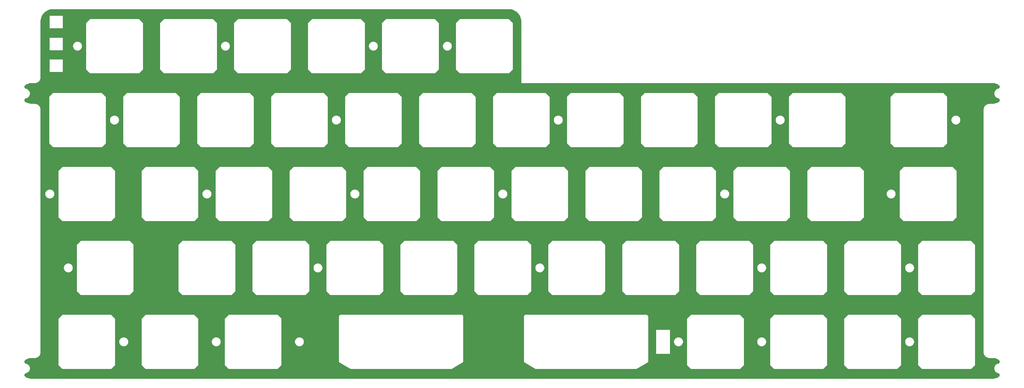
<source format=gbr>
%TF.GenerationSoftware,KiCad,Pcbnew,8.0.3*%
%TF.CreationDate,2024-08-17T22:59:13+02:00*%
%TF.ProjectId,V1 Hull 275u 225u,56312048-756c-46c2-9032-373575203232,rev?*%
%TF.SameCoordinates,Original*%
%TF.FileFunction,Copper,L1,Top*%
%TF.FilePolarity,Positive*%
%FSLAX46Y46*%
G04 Gerber Fmt 4.6, Leading zero omitted, Abs format (unit mm)*
G04 Created by KiCad (PCBNEW 8.0.3) date 2024-08-17 22:59:13*
%MOMM*%
%LPD*%
G01*
G04 APERTURE LIST*
G04 APERTURE END LIST*
%TA.AperFunction,Conductor*%
%TO.N,GND*%
G36*
X149225071Y-49212501D02*
G01*
X149402595Y-49214995D01*
X149403721Y-49215066D01*
X149756615Y-49254836D01*
X149757865Y-49255049D01*
X150104008Y-49334061D01*
X150105244Y-49334418D01*
X150440353Y-49451685D01*
X150441545Y-49452179D01*
X150761427Y-49606231D01*
X150762539Y-49606846D01*
X151063159Y-49795742D01*
X151064206Y-49796485D01*
X151341780Y-50017845D01*
X151342742Y-50018704D01*
X151593795Y-50269757D01*
X151594654Y-50270719D01*
X151816014Y-50548293D01*
X151816760Y-50549345D01*
X152005648Y-50849952D01*
X152006272Y-50851080D01*
X152160320Y-51170954D01*
X152160814Y-51172146D01*
X152278081Y-51507255D01*
X152278438Y-51508494D01*
X152357448Y-51854624D01*
X152357664Y-51855895D01*
X152397433Y-52208778D01*
X152397504Y-52209904D01*
X152399999Y-52387428D01*
X152400000Y-52387589D01*
X152400000Y-68262500D01*
X273787376Y-68262500D01*
X273787561Y-68262500D01*
X273963754Y-68265346D01*
X273965077Y-68265444D01*
X274314415Y-68311906D01*
X274315902Y-68312205D01*
X274655973Y-68404293D01*
X274657392Y-68404780D01*
X274982358Y-68540899D01*
X274983712Y-68541574D01*
X275287983Y-68719400D01*
X275289076Y-68720127D01*
X275429733Y-68825943D01*
X275430173Y-68826292D01*
X275483876Y-68870960D01*
X275485854Y-68873080D01*
X275567687Y-68986710D01*
X275569203Y-68989613D01*
X275615633Y-69121516D01*
X275616269Y-69124727D01*
X275623646Y-69264365D01*
X275623352Y-69267626D01*
X275591077Y-69403688D01*
X275589875Y-69406734D01*
X275520568Y-69528182D01*
X275518557Y-69530766D01*
X275417830Y-69627764D01*
X275415172Y-69629676D01*
X275291028Y-69694443D01*
X275288300Y-69695451D01*
X275220017Y-69711242D01*
X275219911Y-69711266D01*
X275107933Y-69736048D01*
X274894769Y-69820860D01*
X274894762Y-69820864D01*
X274700635Y-69943133D01*
X274532060Y-70098760D01*
X274532060Y-70098761D01*
X274394702Y-70282511D01*
X274394697Y-70282519D01*
X274293157Y-70488235D01*
X274293155Y-70488239D01*
X274230831Y-70709038D01*
X274209822Y-70937500D01*
X274230831Y-71165961D01*
X274293155Y-71386760D01*
X274293157Y-71386764D01*
X274394697Y-71592480D01*
X274394702Y-71592488D01*
X274532060Y-71776238D01*
X274532060Y-71776239D01*
X274532062Y-71776241D01*
X274532063Y-71776242D01*
X274700635Y-71931866D01*
X274894762Y-72054136D01*
X274894767Y-72054138D01*
X274894769Y-72054139D01*
X275107933Y-72138951D01*
X275219963Y-72163745D01*
X275288317Y-72179498D01*
X275291048Y-72180506D01*
X275415204Y-72245279D01*
X275417862Y-72247191D01*
X275518600Y-72344200D01*
X275520611Y-72346784D01*
X275589926Y-72468245D01*
X275591128Y-72471291D01*
X275623406Y-72607369D01*
X275623700Y-72610630D01*
X275616322Y-72750283D01*
X275615686Y-72753494D01*
X275569251Y-72885411D01*
X275567735Y-72888314D01*
X275485896Y-73001952D01*
X275483911Y-73004078D01*
X275430167Y-73048712D01*
X275429734Y-73049055D01*
X275289085Y-73154866D01*
X275287974Y-73155605D01*
X274983715Y-73333423D01*
X274982355Y-73334101D01*
X274657401Y-73470216D01*
X274655964Y-73470709D01*
X274315904Y-73562793D01*
X274314414Y-73563093D01*
X273965081Y-73609554D01*
X273963751Y-73609652D01*
X273787562Y-73612498D01*
X273787376Y-73612500D01*
X272962500Y-73612500D01*
X272844629Y-73614812D01*
X272844624Y-73614812D01*
X272844622Y-73614813D01*
X272611793Y-73651689D01*
X272387590Y-73724536D01*
X272177538Y-73831563D01*
X271986822Y-73970128D01*
X271820128Y-74136822D01*
X271681563Y-74327538D01*
X271574536Y-74537590D01*
X271501689Y-74761793D01*
X271464813Y-74994622D01*
X271464812Y-74994631D01*
X271462500Y-75112511D01*
X271462500Y-137612488D01*
X271464812Y-137730368D01*
X271464813Y-137730377D01*
X271501689Y-137963206D01*
X271574536Y-138187409D01*
X271574537Y-138187412D01*
X271574538Y-138187413D01*
X271681562Y-138397460D01*
X271820128Y-138588178D01*
X271986822Y-138754872D01*
X272177540Y-138893438D01*
X272387587Y-139000462D01*
X272611791Y-139073310D01*
X272844629Y-139110188D01*
X272962500Y-139112500D01*
X273787376Y-139112500D01*
X273787561Y-139112500D01*
X273963754Y-139115346D01*
X273965077Y-139115444D01*
X274314415Y-139161906D01*
X274315902Y-139162205D01*
X274655973Y-139254293D01*
X274657392Y-139254780D01*
X274982358Y-139390899D01*
X274983712Y-139391574D01*
X275287983Y-139569400D01*
X275289076Y-139570127D01*
X275394886Y-139649728D01*
X275429734Y-139675944D01*
X275430167Y-139676287D01*
X275454793Y-139696739D01*
X275483910Y-139720922D01*
X275483912Y-139720923D01*
X275485896Y-139723048D01*
X275567749Y-139836679D01*
X275569265Y-139839582D01*
X275615709Y-139971493D01*
X275616346Y-139974705D01*
X275623727Y-140114365D01*
X275623432Y-140117626D01*
X275591153Y-140253695D01*
X275589952Y-140256742D01*
X275520625Y-140378208D01*
X275518613Y-140380792D01*
X275417869Y-140477784D01*
X275415211Y-140479696D01*
X275291040Y-140544453D01*
X275288311Y-140545461D01*
X275219961Y-140561255D01*
X275219857Y-140561278D01*
X275107933Y-140586048D01*
X274894769Y-140670860D01*
X274894762Y-140670864D01*
X274700635Y-140793133D01*
X274532060Y-140948760D01*
X274532060Y-140948761D01*
X274394702Y-141132511D01*
X274394697Y-141132519D01*
X274293157Y-141338235D01*
X274293155Y-141338239D01*
X274230831Y-141559038D01*
X274209822Y-141787500D01*
X274230831Y-142015961D01*
X274293155Y-142236760D01*
X274293157Y-142236764D01*
X274394697Y-142442480D01*
X274394702Y-142442488D01*
X274532060Y-142626238D01*
X274532060Y-142626239D01*
X274532062Y-142626241D01*
X274532063Y-142626242D01*
X274700635Y-142781866D01*
X274894762Y-142904136D01*
X274894767Y-142904138D01*
X274894769Y-142904139D01*
X275107933Y-142988951D01*
X275219855Y-143013721D01*
X275220001Y-143013754D01*
X275288223Y-143029845D01*
X275290903Y-143030844D01*
X275414967Y-143095610D01*
X275417623Y-143097522D01*
X275518268Y-143194470D01*
X275520278Y-143197053D01*
X275589533Y-143318426D01*
X275590734Y-143321470D01*
X275622993Y-143457439D01*
X275623288Y-143460699D01*
X275615935Y-143600251D01*
X275615299Y-143603462D01*
X275568932Y-143735286D01*
X275567418Y-143738187D01*
X275485671Y-143851780D01*
X275483719Y-143853881D01*
X275430181Y-143898699D01*
X275429713Y-143899071D01*
X275289085Y-144004866D01*
X275287974Y-144005605D01*
X274983715Y-144183423D01*
X274982355Y-144184101D01*
X274657401Y-144320216D01*
X274655964Y-144320709D01*
X274315904Y-144412793D01*
X274314414Y-144413093D01*
X273965081Y-144459554D01*
X273963751Y-144459652D01*
X273787562Y-144462498D01*
X273787376Y-144462500D01*
X26250124Y-144462500D01*
X26249938Y-144462499D01*
X26073748Y-144459653D01*
X26072418Y-144459554D01*
X25723085Y-144413093D01*
X25721595Y-144412793D01*
X25381535Y-144320709D01*
X25380098Y-144320216D01*
X25055144Y-144184101D01*
X25053784Y-144183423D01*
X24947474Y-144121292D01*
X24749520Y-144005601D01*
X24748419Y-144004869D01*
X24607766Y-143899056D01*
X24607326Y-143898707D01*
X24553623Y-143854039D01*
X24551645Y-143851919D01*
X24469812Y-143738289D01*
X24468297Y-143735389D01*
X24421865Y-143603480D01*
X24421230Y-143600276D01*
X24413853Y-143460631D01*
X24414147Y-143457373D01*
X24446423Y-143321307D01*
X24447622Y-143318268D01*
X24516934Y-143196812D01*
X24518938Y-143194237D01*
X24619672Y-143097232D01*
X24622323Y-143095325D01*
X24746475Y-143030554D01*
X24749195Y-143029549D01*
X24817537Y-143013745D01*
X24929567Y-142988951D01*
X25142738Y-142904136D01*
X25336865Y-142781866D01*
X25505437Y-142626242D01*
X25642800Y-142442484D01*
X25744346Y-142236757D01*
X25806669Y-142015960D01*
X25827678Y-141787500D01*
X25806669Y-141559040D01*
X25744346Y-141338243D01*
X25735222Y-141319759D01*
X25642802Y-141132519D01*
X25642797Y-141132511D01*
X25505439Y-140948761D01*
X25505439Y-140948760D01*
X25336864Y-140793133D01*
X25265007Y-140747874D01*
X25142738Y-140670864D01*
X25142734Y-140670862D01*
X25142730Y-140670860D01*
X24929566Y-140586048D01*
X24817588Y-140561266D01*
X24817482Y-140561242D01*
X24749200Y-140545450D01*
X24746472Y-140544442D01*
X24622385Y-140479696D01*
X24622324Y-140479664D01*
X24619667Y-140477751D01*
X24549840Y-140410505D01*
X24518946Y-140380753D01*
X24516936Y-140378171D01*
X24447623Y-140256713D01*
X24446424Y-140253672D01*
X24417317Y-140130978D01*
X24414147Y-140117611D01*
X24413852Y-140114351D01*
X24421222Y-139974701D01*
X24421855Y-139971501D01*
X24468281Y-139839581D01*
X24469789Y-139836691D01*
X24551616Y-139723046D01*
X24553600Y-139720922D01*
X24607357Y-139676266D01*
X24607737Y-139675964D01*
X24748430Y-139570121D01*
X24749508Y-139569405D01*
X25053793Y-139391571D01*
X25055135Y-139390902D01*
X25380111Y-139254778D01*
X25381521Y-139254294D01*
X25721600Y-139162204D01*
X25723081Y-139161906D01*
X26072423Y-139115444D01*
X26073743Y-139115346D01*
X26249938Y-139112500D01*
X26250124Y-139112500D01*
X27074989Y-139112500D01*
X27075000Y-139112500D01*
X27192871Y-139110188D01*
X27425709Y-139073310D01*
X27649913Y-139000462D01*
X27859960Y-138893438D01*
X28050678Y-138754872D01*
X28217372Y-138588178D01*
X28355938Y-138397460D01*
X28462962Y-138187413D01*
X28535810Y-137963209D01*
X28572688Y-137730371D01*
X28575000Y-137612500D01*
X28575000Y-128937500D01*
X33181250Y-128937500D01*
X33181250Y-140937500D01*
X34181250Y-141937500D01*
X46781248Y-141937500D01*
X46781250Y-141937500D01*
X47781250Y-140937500D01*
X47781250Y-134831161D01*
X48858703Y-134831161D01*
X48858703Y-135043838D01*
X48897781Y-135252888D01*
X48897781Y-135252889D01*
X48974602Y-135451186D01*
X48974605Y-135451192D01*
X48974607Y-135451197D01*
X49086564Y-135632014D01*
X49229840Y-135789181D01*
X49229845Y-135789184D01*
X49229848Y-135789188D01*
X49399551Y-135917341D01*
X49399554Y-135917343D01*
X49399555Y-135917343D01*
X49399556Y-135917344D01*
X49589932Y-136012140D01*
X49794485Y-136070341D01*
X50006250Y-136089964D01*
X50218015Y-136070341D01*
X50422568Y-136012140D01*
X50612944Y-135917344D01*
X50782660Y-135789181D01*
X50925936Y-135632014D01*
X51037893Y-135451197D01*
X51114719Y-135252887D01*
X51153797Y-135043836D01*
X51156250Y-134937500D01*
X51153797Y-134831164D01*
X51114719Y-134622113D01*
X51037893Y-134423803D01*
X50925936Y-134242986D01*
X50782660Y-134085819D01*
X50782654Y-134085814D01*
X50782651Y-134085811D01*
X50612948Y-133957658D01*
X50612945Y-133957656D01*
X50422569Y-133862860D01*
X50218012Y-133804658D01*
X50006250Y-133785037D01*
X49794487Y-133804658D01*
X49589930Y-133862860D01*
X49399554Y-133957656D01*
X49399551Y-133957658D01*
X49229848Y-134085811D01*
X49229842Y-134085817D01*
X49229840Y-134085819D01*
X49170499Y-134150913D01*
X49086563Y-134242986D01*
X48974608Y-134423801D01*
X48974602Y-134423813D01*
X48897781Y-134622110D01*
X48897781Y-134622111D01*
X48858703Y-134831161D01*
X47781250Y-134831161D01*
X47781250Y-128937500D01*
X54612500Y-128937500D01*
X54612500Y-140937500D01*
X55612500Y-141937500D01*
X68212498Y-141937500D01*
X68212500Y-141937500D01*
X69212500Y-140937500D01*
X69212500Y-134831161D01*
X72671203Y-134831161D01*
X72671203Y-135043838D01*
X72710281Y-135252888D01*
X72710281Y-135252889D01*
X72787102Y-135451186D01*
X72787105Y-135451192D01*
X72787107Y-135451197D01*
X72899064Y-135632014D01*
X73042340Y-135789181D01*
X73042345Y-135789184D01*
X73042348Y-135789188D01*
X73212051Y-135917341D01*
X73212054Y-135917343D01*
X73212055Y-135917343D01*
X73212056Y-135917344D01*
X73402432Y-136012140D01*
X73606985Y-136070341D01*
X73818750Y-136089964D01*
X74030515Y-136070341D01*
X74235068Y-136012140D01*
X74425444Y-135917344D01*
X74595160Y-135789181D01*
X74738436Y-135632014D01*
X74850393Y-135451197D01*
X74927219Y-135252887D01*
X74966297Y-135043836D01*
X74968750Y-134937500D01*
X74966297Y-134831164D01*
X74927219Y-134622113D01*
X74850393Y-134423803D01*
X74738436Y-134242986D01*
X74595160Y-134085819D01*
X74595154Y-134085814D01*
X74595151Y-134085811D01*
X74425448Y-133957658D01*
X74425445Y-133957656D01*
X74235069Y-133862860D01*
X74030512Y-133804658D01*
X73818750Y-133785037D01*
X73606987Y-133804658D01*
X73402430Y-133862860D01*
X73212054Y-133957656D01*
X73212051Y-133957658D01*
X73042348Y-134085811D01*
X73042342Y-134085817D01*
X73042340Y-134085819D01*
X72982999Y-134150913D01*
X72899063Y-134242986D01*
X72787108Y-134423801D01*
X72787102Y-134423813D01*
X72710281Y-134622110D01*
X72710281Y-134622111D01*
X72671203Y-134831161D01*
X69212500Y-134831161D01*
X69212500Y-128937500D01*
X76043750Y-128937500D01*
X76043750Y-140937500D01*
X77043750Y-141937500D01*
X89643748Y-141937500D01*
X89643750Y-141937500D01*
X90643750Y-140937500D01*
X90643750Y-134831161D01*
X94102453Y-134831161D01*
X94102453Y-135043838D01*
X94141531Y-135252888D01*
X94141531Y-135252889D01*
X94218352Y-135451186D01*
X94218355Y-135451192D01*
X94218357Y-135451197D01*
X94330314Y-135632014D01*
X94473590Y-135789181D01*
X94473595Y-135789184D01*
X94473598Y-135789188D01*
X94643301Y-135917341D01*
X94643304Y-135917343D01*
X94643305Y-135917343D01*
X94643306Y-135917344D01*
X94833682Y-136012140D01*
X95038235Y-136070341D01*
X95250000Y-136089964D01*
X95461765Y-136070341D01*
X95666318Y-136012140D01*
X95856694Y-135917344D01*
X96026410Y-135789181D01*
X96169686Y-135632014D01*
X96281643Y-135451197D01*
X96358469Y-135252887D01*
X96397547Y-135043836D01*
X96400000Y-134937500D01*
X96397547Y-134831164D01*
X96358469Y-134622113D01*
X96281643Y-134423803D01*
X96169686Y-134242986D01*
X96026410Y-134085819D01*
X96026404Y-134085814D01*
X96026401Y-134085811D01*
X95856698Y-133957658D01*
X95856695Y-133957656D01*
X95666319Y-133862860D01*
X95461762Y-133804658D01*
X95250000Y-133785037D01*
X95038237Y-133804658D01*
X94833680Y-133862860D01*
X94643304Y-133957656D01*
X94643301Y-133957658D01*
X94473598Y-134085811D01*
X94473592Y-134085817D01*
X94473590Y-134085819D01*
X94414249Y-134150913D01*
X94330313Y-134242986D01*
X94218358Y-134423801D01*
X94218352Y-134423813D01*
X94141531Y-134622110D01*
X94141531Y-134622111D01*
X94102453Y-134831161D01*
X90643750Y-134831161D01*
X90643750Y-128937500D01*
X90168762Y-128462512D01*
X105443750Y-128462512D01*
X105443750Y-140180501D01*
X107552465Y-141397931D01*
X108443750Y-141912500D01*
X134443749Y-141912500D01*
X134443750Y-141912500D01*
X136784266Y-140561242D01*
X137443749Y-140180501D01*
X137443750Y-140180500D01*
X137443750Y-128462512D01*
X153068750Y-128462512D01*
X153068750Y-140180501D01*
X155177465Y-141397931D01*
X156068750Y-141912500D01*
X182068749Y-141912500D01*
X182068750Y-141912500D01*
X184409266Y-140561242D01*
X185068749Y-140180501D01*
X185068750Y-140180500D01*
X185068750Y-138012074D01*
X187123653Y-138012074D01*
X190715196Y-138012074D01*
X190715197Y-138012074D01*
X190715197Y-134831161D01*
X191733703Y-134831161D01*
X191733703Y-135043838D01*
X191772781Y-135252888D01*
X191772781Y-135252889D01*
X191849602Y-135451186D01*
X191849605Y-135451192D01*
X191849607Y-135451197D01*
X191961564Y-135632014D01*
X192104840Y-135789181D01*
X192104845Y-135789184D01*
X192104848Y-135789188D01*
X192274551Y-135917341D01*
X192274554Y-135917343D01*
X192274555Y-135917343D01*
X192274556Y-135917344D01*
X192464932Y-136012140D01*
X192669485Y-136070341D01*
X192881250Y-136089964D01*
X193093015Y-136070341D01*
X193297568Y-136012140D01*
X193487944Y-135917344D01*
X193657660Y-135789181D01*
X193800936Y-135632014D01*
X193912893Y-135451197D01*
X193989719Y-135252887D01*
X194028797Y-135043836D01*
X194031250Y-134937500D01*
X194028797Y-134831164D01*
X193989719Y-134622113D01*
X193912893Y-134423803D01*
X193800936Y-134242986D01*
X193657660Y-134085819D01*
X193657654Y-134085814D01*
X193657651Y-134085811D01*
X193487948Y-133957658D01*
X193487945Y-133957656D01*
X193297569Y-133862860D01*
X193093012Y-133804658D01*
X192881250Y-133785037D01*
X192669487Y-133804658D01*
X192464930Y-133862860D01*
X192274554Y-133957656D01*
X192274551Y-133957658D01*
X192104848Y-134085811D01*
X192104842Y-134085817D01*
X192104840Y-134085819D01*
X192045499Y-134150913D01*
X191961563Y-134242986D01*
X191849608Y-134423801D01*
X191849602Y-134423813D01*
X191772781Y-134622110D01*
X191772781Y-134622111D01*
X191733703Y-134831161D01*
X190715197Y-134831161D01*
X190715197Y-131867762D01*
X190715196Y-131867762D01*
X187123654Y-131867762D01*
X187123653Y-131867762D01*
X187123653Y-138012074D01*
X185068750Y-138012074D01*
X185068750Y-128937500D01*
X195106250Y-128937500D01*
X195106250Y-140937500D01*
X196106250Y-141937500D01*
X208706248Y-141937500D01*
X208706250Y-141937500D01*
X209706250Y-140937500D01*
X209706250Y-134831161D01*
X213164953Y-134831161D01*
X213164953Y-135043838D01*
X213204031Y-135252888D01*
X213204031Y-135252889D01*
X213280852Y-135451186D01*
X213280855Y-135451192D01*
X213280857Y-135451197D01*
X213392814Y-135632014D01*
X213536090Y-135789181D01*
X213536095Y-135789184D01*
X213536098Y-135789188D01*
X213705801Y-135917341D01*
X213705804Y-135917343D01*
X213705805Y-135917343D01*
X213705806Y-135917344D01*
X213896182Y-136012140D01*
X214100735Y-136070341D01*
X214312500Y-136089964D01*
X214524265Y-136070341D01*
X214728818Y-136012140D01*
X214919194Y-135917344D01*
X215088910Y-135789181D01*
X215232186Y-135632014D01*
X215344143Y-135451197D01*
X215420969Y-135252887D01*
X215460047Y-135043836D01*
X215462500Y-134937500D01*
X215460047Y-134831164D01*
X215420969Y-134622113D01*
X215344143Y-134423803D01*
X215232186Y-134242986D01*
X215088910Y-134085819D01*
X215088904Y-134085814D01*
X215088901Y-134085811D01*
X214919198Y-133957658D01*
X214919195Y-133957656D01*
X214728819Y-133862860D01*
X214524262Y-133804658D01*
X214312500Y-133785037D01*
X214100737Y-133804658D01*
X213896180Y-133862860D01*
X213705804Y-133957656D01*
X213705801Y-133957658D01*
X213536098Y-134085811D01*
X213536092Y-134085817D01*
X213536090Y-134085819D01*
X213476749Y-134150913D01*
X213392813Y-134242986D01*
X213280858Y-134423801D01*
X213280852Y-134423813D01*
X213204031Y-134622110D01*
X213204031Y-134622111D01*
X213164953Y-134831161D01*
X209706250Y-134831161D01*
X209706250Y-128937500D01*
X216537500Y-128937500D01*
X216537500Y-140937500D01*
X217537500Y-141937500D01*
X230137498Y-141937500D01*
X230137500Y-141937500D01*
X231137500Y-140937500D01*
X231137500Y-128937500D01*
X235587500Y-128937500D01*
X235587500Y-140937500D01*
X236587500Y-141937500D01*
X249187498Y-141937500D01*
X249187500Y-141937500D01*
X250187500Y-140937500D01*
X250187500Y-134831161D01*
X251264953Y-134831161D01*
X251264953Y-135043838D01*
X251304031Y-135252888D01*
X251304031Y-135252889D01*
X251380852Y-135451186D01*
X251380855Y-135451192D01*
X251380857Y-135451197D01*
X251492814Y-135632014D01*
X251636090Y-135789181D01*
X251636095Y-135789184D01*
X251636098Y-135789188D01*
X251805801Y-135917341D01*
X251805804Y-135917343D01*
X251805805Y-135917343D01*
X251805806Y-135917344D01*
X251996182Y-136012140D01*
X252200735Y-136070341D01*
X252412500Y-136089964D01*
X252624265Y-136070341D01*
X252828818Y-136012140D01*
X253019194Y-135917344D01*
X253188910Y-135789181D01*
X253332186Y-135632014D01*
X253444143Y-135451197D01*
X253520969Y-135252887D01*
X253560047Y-135043836D01*
X253562500Y-134937500D01*
X253560047Y-134831164D01*
X253520969Y-134622113D01*
X253444143Y-134423803D01*
X253332186Y-134242986D01*
X253188910Y-134085819D01*
X253188904Y-134085814D01*
X253188901Y-134085811D01*
X253019198Y-133957658D01*
X253019195Y-133957656D01*
X252828819Y-133862860D01*
X252624262Y-133804658D01*
X252412500Y-133785037D01*
X252200737Y-133804658D01*
X251996180Y-133862860D01*
X251805804Y-133957656D01*
X251805801Y-133957658D01*
X251636098Y-134085811D01*
X251636092Y-134085817D01*
X251636090Y-134085819D01*
X251576749Y-134150913D01*
X251492813Y-134242986D01*
X251380858Y-134423801D01*
X251380852Y-134423813D01*
X251304031Y-134622110D01*
X251304031Y-134622111D01*
X251264953Y-134831161D01*
X250187500Y-134831161D01*
X250187500Y-128937500D01*
X254637500Y-128937500D01*
X254637500Y-140937500D01*
X255637500Y-141937500D01*
X268237498Y-141937500D01*
X268237500Y-141937500D01*
X269237500Y-140937500D01*
X269237500Y-128937500D01*
X268237500Y-127937500D01*
X268237499Y-127937500D01*
X255637500Y-127937500D01*
X254637500Y-128937500D01*
X250187500Y-128937500D01*
X249187500Y-127937500D01*
X249187499Y-127937500D01*
X236587500Y-127937500D01*
X235587500Y-128937500D01*
X231137500Y-128937500D01*
X230137500Y-127937500D01*
X230137499Y-127937500D01*
X217537500Y-127937500D01*
X216537500Y-128937500D01*
X209706250Y-128937500D01*
X208706250Y-127937500D01*
X208706249Y-127937500D01*
X196106250Y-127937500D01*
X195106250Y-128937500D01*
X185068750Y-128937500D01*
X185068750Y-128462503D01*
X185068750Y-128462500D01*
X185066612Y-128396953D01*
X185032684Y-128270325D01*
X184967141Y-128156792D01*
X184874448Y-128064090D01*
X184850436Y-128050224D01*
X184760922Y-127998535D01*
X184760918Y-127998534D01*
X184634297Y-127964595D01*
X184634292Y-127964594D01*
X184568755Y-127962500D01*
X184568750Y-127962500D01*
X153568750Y-127962500D01*
X153527787Y-127963840D01*
X153503207Y-127964645D01*
X153376600Y-127998581D01*
X153376596Y-127998582D01*
X153263084Y-128064129D01*
X153263079Y-128064133D01*
X153170401Y-128156820D01*
X153170399Y-128156822D01*
X153137631Y-128213583D01*
X153104863Y-128270344D01*
X153104863Y-128270345D01*
X153104861Y-128270349D01*
X153070938Y-128396960D01*
X153068750Y-128462512D01*
X137443750Y-128462512D01*
X137443750Y-128462503D01*
X137443750Y-128462500D01*
X137441612Y-128396953D01*
X137407684Y-128270325D01*
X137342141Y-128156792D01*
X137249448Y-128064090D01*
X137225436Y-128050224D01*
X137135922Y-127998535D01*
X137135918Y-127998534D01*
X137009297Y-127964595D01*
X137009292Y-127964594D01*
X136943755Y-127962500D01*
X136943750Y-127962500D01*
X105943750Y-127962500D01*
X105902787Y-127963840D01*
X105878207Y-127964645D01*
X105751600Y-127998581D01*
X105751596Y-127998582D01*
X105638084Y-128064129D01*
X105638079Y-128064133D01*
X105545401Y-128156820D01*
X105545399Y-128156822D01*
X105512631Y-128213583D01*
X105479863Y-128270344D01*
X105479863Y-128270345D01*
X105479861Y-128270349D01*
X105445938Y-128396960D01*
X105443750Y-128462512D01*
X90168762Y-128462512D01*
X89643750Y-127937500D01*
X89643749Y-127937500D01*
X77043750Y-127937500D01*
X76043750Y-128937500D01*
X69212500Y-128937500D01*
X68212500Y-127937500D01*
X68212499Y-127937500D01*
X55612500Y-127937500D01*
X54612500Y-128937500D01*
X47781250Y-128937500D01*
X46781250Y-127937500D01*
X46781249Y-127937500D01*
X34181250Y-127937500D01*
X33181250Y-128937500D01*
X28575000Y-128937500D01*
X28575000Y-115781161D01*
X34571203Y-115781161D01*
X34571203Y-115993838D01*
X34610281Y-116202888D01*
X34610281Y-116202889D01*
X34687102Y-116401186D01*
X34687105Y-116401192D01*
X34687107Y-116401197D01*
X34799064Y-116582014D01*
X34942340Y-116739181D01*
X34942345Y-116739184D01*
X34942348Y-116739188D01*
X35112051Y-116867341D01*
X35112054Y-116867343D01*
X35112055Y-116867343D01*
X35112056Y-116867344D01*
X35302432Y-116962140D01*
X35506985Y-117020341D01*
X35718750Y-117039964D01*
X35930515Y-117020341D01*
X36135068Y-116962140D01*
X36325444Y-116867344D01*
X36495160Y-116739181D01*
X36638436Y-116582014D01*
X36750393Y-116401197D01*
X36827219Y-116202887D01*
X36866297Y-115993836D01*
X36868750Y-115887500D01*
X36866297Y-115781164D01*
X36827219Y-115572113D01*
X36750393Y-115373803D01*
X36638436Y-115192986D01*
X36495160Y-115035819D01*
X36495154Y-115035814D01*
X36495151Y-115035811D01*
X36325448Y-114907658D01*
X36325445Y-114907656D01*
X36135069Y-114812860D01*
X35930512Y-114754658D01*
X35718750Y-114735037D01*
X35506987Y-114754658D01*
X35302430Y-114812860D01*
X35112054Y-114907656D01*
X35112051Y-114907658D01*
X34942348Y-115035811D01*
X34942342Y-115035817D01*
X34942340Y-115035819D01*
X34882999Y-115100913D01*
X34799063Y-115192986D01*
X34687108Y-115373801D01*
X34687102Y-115373813D01*
X34610281Y-115572110D01*
X34610281Y-115572111D01*
X34571203Y-115781161D01*
X28575000Y-115781161D01*
X28575000Y-109887500D01*
X37943750Y-109887500D01*
X37943750Y-121887500D01*
X38943750Y-122887500D01*
X51543748Y-122887500D01*
X51543750Y-122887500D01*
X52543750Y-121887500D01*
X52543750Y-109887500D01*
X64137500Y-109887500D01*
X64137500Y-121887500D01*
X65137500Y-122887500D01*
X77737498Y-122887500D01*
X77737500Y-122887500D01*
X78737500Y-121887500D01*
X78737500Y-109887500D01*
X83187500Y-109887500D01*
X83187500Y-121887500D01*
X84187500Y-122887500D01*
X96787498Y-122887500D01*
X96787500Y-122887500D01*
X97787500Y-121887500D01*
X97787500Y-115781161D01*
X98864953Y-115781161D01*
X98864953Y-115993838D01*
X98904031Y-116202888D01*
X98904031Y-116202889D01*
X98980852Y-116401186D01*
X98980855Y-116401192D01*
X98980857Y-116401197D01*
X99092814Y-116582014D01*
X99236090Y-116739181D01*
X99236095Y-116739184D01*
X99236098Y-116739188D01*
X99405801Y-116867341D01*
X99405804Y-116867343D01*
X99405805Y-116867343D01*
X99405806Y-116867344D01*
X99596182Y-116962140D01*
X99800735Y-117020341D01*
X100012500Y-117039964D01*
X100224265Y-117020341D01*
X100428818Y-116962140D01*
X100619194Y-116867344D01*
X100788910Y-116739181D01*
X100932186Y-116582014D01*
X101044143Y-116401197D01*
X101120969Y-116202887D01*
X101160047Y-115993836D01*
X101162500Y-115887500D01*
X101160047Y-115781164D01*
X101120969Y-115572113D01*
X101044143Y-115373803D01*
X100932186Y-115192986D01*
X100788910Y-115035819D01*
X100788904Y-115035814D01*
X100788901Y-115035811D01*
X100619198Y-114907658D01*
X100619195Y-114907656D01*
X100428819Y-114812860D01*
X100224262Y-114754658D01*
X100012500Y-114735037D01*
X99800737Y-114754658D01*
X99596180Y-114812860D01*
X99405804Y-114907656D01*
X99405801Y-114907658D01*
X99236098Y-115035811D01*
X99236092Y-115035817D01*
X99236090Y-115035819D01*
X99176749Y-115100913D01*
X99092813Y-115192986D01*
X98980858Y-115373801D01*
X98980852Y-115373813D01*
X98904031Y-115572110D01*
X98904031Y-115572111D01*
X98864953Y-115781161D01*
X97787500Y-115781161D01*
X97787500Y-109887500D01*
X102237500Y-109887500D01*
X102237500Y-121887500D01*
X103237500Y-122887500D01*
X115837498Y-122887500D01*
X115837500Y-122887500D01*
X116837500Y-121887500D01*
X116837500Y-109887500D01*
X121287500Y-109887500D01*
X121287500Y-121887500D01*
X122287500Y-122887500D01*
X134887498Y-122887500D01*
X134887500Y-122887500D01*
X135887500Y-121887500D01*
X135887500Y-109887500D01*
X140337500Y-109887500D01*
X140337500Y-121887500D01*
X141337500Y-122887500D01*
X153937498Y-122887500D01*
X153937500Y-122887500D01*
X154937500Y-121887500D01*
X154937500Y-115781161D01*
X156014953Y-115781161D01*
X156014953Y-115993838D01*
X156054031Y-116202888D01*
X156054031Y-116202889D01*
X156130852Y-116401186D01*
X156130855Y-116401192D01*
X156130857Y-116401197D01*
X156242814Y-116582014D01*
X156386090Y-116739181D01*
X156386095Y-116739184D01*
X156386098Y-116739188D01*
X156555801Y-116867341D01*
X156555804Y-116867343D01*
X156555805Y-116867343D01*
X156555806Y-116867344D01*
X156746182Y-116962140D01*
X156950735Y-117020341D01*
X157162500Y-117039964D01*
X157374265Y-117020341D01*
X157578818Y-116962140D01*
X157769194Y-116867344D01*
X157938910Y-116739181D01*
X158082186Y-116582014D01*
X158194143Y-116401197D01*
X158270969Y-116202887D01*
X158310047Y-115993836D01*
X158312500Y-115887500D01*
X158310047Y-115781164D01*
X158270969Y-115572113D01*
X158194143Y-115373803D01*
X158082186Y-115192986D01*
X157938910Y-115035819D01*
X157938904Y-115035814D01*
X157938901Y-115035811D01*
X157769198Y-114907658D01*
X157769195Y-114907656D01*
X157578819Y-114812860D01*
X157374262Y-114754658D01*
X157162500Y-114735037D01*
X156950737Y-114754658D01*
X156746180Y-114812860D01*
X156555804Y-114907656D01*
X156555801Y-114907658D01*
X156386098Y-115035811D01*
X156386092Y-115035817D01*
X156386090Y-115035819D01*
X156326749Y-115100913D01*
X156242813Y-115192986D01*
X156130858Y-115373801D01*
X156130852Y-115373813D01*
X156054031Y-115572110D01*
X156054031Y-115572111D01*
X156014953Y-115781161D01*
X154937500Y-115781161D01*
X154937500Y-109887500D01*
X159387500Y-109887500D01*
X159387500Y-121887500D01*
X160387500Y-122887500D01*
X172987498Y-122887500D01*
X172987500Y-122887500D01*
X173987500Y-121887500D01*
X173987500Y-109887500D01*
X178437500Y-109887500D01*
X178437500Y-121887500D01*
X179437500Y-122887500D01*
X192037498Y-122887500D01*
X192037500Y-122887500D01*
X193037500Y-121887500D01*
X193037500Y-109887500D01*
X197487500Y-109887500D01*
X197487500Y-121887500D01*
X198487500Y-122887500D01*
X211087498Y-122887500D01*
X211087500Y-122887500D01*
X212087500Y-121887500D01*
X212087500Y-115781161D01*
X213164953Y-115781161D01*
X213164953Y-115993838D01*
X213204031Y-116202888D01*
X213204031Y-116202889D01*
X213280852Y-116401186D01*
X213280855Y-116401192D01*
X213280857Y-116401197D01*
X213392814Y-116582014D01*
X213536090Y-116739181D01*
X213536095Y-116739184D01*
X213536098Y-116739188D01*
X213705801Y-116867341D01*
X213705804Y-116867343D01*
X213705805Y-116867343D01*
X213705806Y-116867344D01*
X213896182Y-116962140D01*
X214100735Y-117020341D01*
X214312500Y-117039964D01*
X214524265Y-117020341D01*
X214728818Y-116962140D01*
X214919194Y-116867344D01*
X215088910Y-116739181D01*
X215232186Y-116582014D01*
X215344143Y-116401197D01*
X215420969Y-116202887D01*
X215460047Y-115993836D01*
X215462500Y-115887500D01*
X215460047Y-115781164D01*
X215420969Y-115572113D01*
X215344143Y-115373803D01*
X215232186Y-115192986D01*
X215088910Y-115035819D01*
X215088904Y-115035814D01*
X215088901Y-115035811D01*
X214919198Y-114907658D01*
X214919195Y-114907656D01*
X214728819Y-114812860D01*
X214524262Y-114754658D01*
X214312500Y-114735037D01*
X214100737Y-114754658D01*
X213896180Y-114812860D01*
X213705804Y-114907656D01*
X213705801Y-114907658D01*
X213536098Y-115035811D01*
X213536092Y-115035817D01*
X213536090Y-115035819D01*
X213476749Y-115100913D01*
X213392813Y-115192986D01*
X213280858Y-115373801D01*
X213280852Y-115373813D01*
X213204031Y-115572110D01*
X213204031Y-115572111D01*
X213164953Y-115781161D01*
X212087500Y-115781161D01*
X212087500Y-109887500D01*
X216537500Y-109887500D01*
X216537500Y-121887500D01*
X217537500Y-122887500D01*
X230137498Y-122887500D01*
X230137500Y-122887500D01*
X231137500Y-121887500D01*
X231137500Y-109887500D01*
X235587500Y-109887500D01*
X235587500Y-121887500D01*
X236587500Y-122887500D01*
X249187498Y-122887500D01*
X249187500Y-122887500D01*
X250187500Y-121887500D01*
X250187500Y-115781161D01*
X251264953Y-115781161D01*
X251264953Y-115993838D01*
X251304031Y-116202888D01*
X251304031Y-116202889D01*
X251380852Y-116401186D01*
X251380855Y-116401192D01*
X251380857Y-116401197D01*
X251492814Y-116582014D01*
X251636090Y-116739181D01*
X251636095Y-116739184D01*
X251636098Y-116739188D01*
X251805801Y-116867341D01*
X251805804Y-116867343D01*
X251805805Y-116867343D01*
X251805806Y-116867344D01*
X251996182Y-116962140D01*
X252200735Y-117020341D01*
X252412500Y-117039964D01*
X252624265Y-117020341D01*
X252828818Y-116962140D01*
X253019194Y-116867344D01*
X253188910Y-116739181D01*
X253332186Y-116582014D01*
X253444143Y-116401197D01*
X253520969Y-116202887D01*
X253560047Y-115993836D01*
X253562500Y-115887500D01*
X253560047Y-115781164D01*
X253520969Y-115572113D01*
X253444143Y-115373803D01*
X253332186Y-115192986D01*
X253188910Y-115035819D01*
X253188904Y-115035814D01*
X253188901Y-115035811D01*
X253019198Y-114907658D01*
X253019195Y-114907656D01*
X252828819Y-114812860D01*
X252624262Y-114754658D01*
X252412500Y-114735037D01*
X252200737Y-114754658D01*
X251996180Y-114812860D01*
X251805804Y-114907656D01*
X251805801Y-114907658D01*
X251636098Y-115035811D01*
X251636092Y-115035817D01*
X251636090Y-115035819D01*
X251576749Y-115100913D01*
X251492813Y-115192986D01*
X251380858Y-115373801D01*
X251380852Y-115373813D01*
X251304031Y-115572110D01*
X251304031Y-115572111D01*
X251264953Y-115781161D01*
X250187500Y-115781161D01*
X250187500Y-109887500D01*
X254637500Y-109887500D01*
X254637500Y-121887500D01*
X255637500Y-122887500D01*
X268237498Y-122887500D01*
X268237500Y-122887500D01*
X269237500Y-121887500D01*
X269237500Y-109887500D01*
X268237500Y-108887500D01*
X268237499Y-108887500D01*
X255637500Y-108887500D01*
X254637500Y-109887500D01*
X250187500Y-109887500D01*
X249187500Y-108887500D01*
X249187499Y-108887500D01*
X236587500Y-108887500D01*
X235587500Y-109887500D01*
X231137500Y-109887500D01*
X230137500Y-108887500D01*
X230137499Y-108887500D01*
X217537500Y-108887500D01*
X216537500Y-109887500D01*
X212087500Y-109887500D01*
X211087500Y-108887500D01*
X211087499Y-108887500D01*
X198487500Y-108887500D01*
X197487500Y-109887500D01*
X193037500Y-109887500D01*
X192037500Y-108887500D01*
X192037499Y-108887500D01*
X179437500Y-108887500D01*
X178437500Y-109887500D01*
X173987500Y-109887500D01*
X172987500Y-108887500D01*
X172987499Y-108887500D01*
X160387500Y-108887500D01*
X159387500Y-109887500D01*
X154937500Y-109887500D01*
X153937500Y-108887500D01*
X153937499Y-108887500D01*
X141337500Y-108887500D01*
X140337500Y-109887500D01*
X135887500Y-109887500D01*
X134887500Y-108887500D01*
X134887499Y-108887500D01*
X122287500Y-108887500D01*
X121287500Y-109887500D01*
X116837500Y-109887500D01*
X115837500Y-108887500D01*
X115837499Y-108887500D01*
X103237500Y-108887500D01*
X102237500Y-109887500D01*
X97787500Y-109887500D01*
X96787500Y-108887500D01*
X96787499Y-108887500D01*
X84187500Y-108887500D01*
X83187500Y-109887500D01*
X78737500Y-109887500D01*
X77737500Y-108887500D01*
X77737499Y-108887500D01*
X65137500Y-108887500D01*
X64137500Y-109887500D01*
X52543750Y-109887500D01*
X51543750Y-108887500D01*
X51543749Y-108887500D01*
X38943750Y-108887500D01*
X37943750Y-109887500D01*
X28575000Y-109887500D01*
X28575000Y-96731161D01*
X29808703Y-96731161D01*
X29808703Y-96943838D01*
X29847781Y-97152888D01*
X29847781Y-97152889D01*
X29924602Y-97351186D01*
X29924605Y-97351192D01*
X29924607Y-97351197D01*
X30036564Y-97532014D01*
X30179840Y-97689181D01*
X30179845Y-97689184D01*
X30179848Y-97689188D01*
X30349551Y-97817341D01*
X30349554Y-97817343D01*
X30349555Y-97817343D01*
X30349556Y-97817344D01*
X30539932Y-97912140D01*
X30744485Y-97970341D01*
X30956250Y-97989964D01*
X31168015Y-97970341D01*
X31372568Y-97912140D01*
X31562944Y-97817344D01*
X31732660Y-97689181D01*
X31875936Y-97532014D01*
X31987893Y-97351197D01*
X32064719Y-97152887D01*
X32103797Y-96943836D01*
X32106250Y-96837500D01*
X32103797Y-96731164D01*
X32064719Y-96522113D01*
X31987893Y-96323803D01*
X31875936Y-96142986D01*
X31732660Y-95985819D01*
X31732654Y-95985814D01*
X31732651Y-95985811D01*
X31562948Y-95857658D01*
X31562945Y-95857656D01*
X31372569Y-95762860D01*
X31168012Y-95704658D01*
X30956250Y-95685037D01*
X30744487Y-95704658D01*
X30539930Y-95762860D01*
X30349554Y-95857656D01*
X30349551Y-95857658D01*
X30179848Y-95985811D01*
X30179842Y-95985817D01*
X30179840Y-95985819D01*
X30120499Y-96050913D01*
X30036563Y-96142986D01*
X29924608Y-96323801D01*
X29924602Y-96323813D01*
X29847781Y-96522110D01*
X29847781Y-96522111D01*
X29808703Y-96731161D01*
X28575000Y-96731161D01*
X28575000Y-90837500D01*
X33181250Y-90837500D01*
X33181250Y-102837500D01*
X34181250Y-103837500D01*
X46781248Y-103837500D01*
X46781250Y-103837500D01*
X47781250Y-102837500D01*
X47781250Y-90837500D01*
X54612500Y-90837500D01*
X54612500Y-102837500D01*
X55612500Y-103837500D01*
X68212498Y-103837500D01*
X68212500Y-103837500D01*
X69212500Y-102837500D01*
X69212500Y-96731161D01*
X70289953Y-96731161D01*
X70289953Y-96943838D01*
X70329031Y-97152888D01*
X70329031Y-97152889D01*
X70405852Y-97351186D01*
X70405855Y-97351192D01*
X70405857Y-97351197D01*
X70517814Y-97532014D01*
X70661090Y-97689181D01*
X70661095Y-97689184D01*
X70661098Y-97689188D01*
X70830801Y-97817341D01*
X70830804Y-97817343D01*
X70830805Y-97817343D01*
X70830806Y-97817344D01*
X71021182Y-97912140D01*
X71225735Y-97970341D01*
X71437500Y-97989964D01*
X71649265Y-97970341D01*
X71853818Y-97912140D01*
X72044194Y-97817344D01*
X72213910Y-97689181D01*
X72357186Y-97532014D01*
X72469143Y-97351197D01*
X72545969Y-97152887D01*
X72585047Y-96943836D01*
X72587500Y-96837500D01*
X72585047Y-96731164D01*
X72545969Y-96522113D01*
X72469143Y-96323803D01*
X72357186Y-96142986D01*
X72213910Y-95985819D01*
X72213904Y-95985814D01*
X72213901Y-95985811D01*
X72044198Y-95857658D01*
X72044195Y-95857656D01*
X71853819Y-95762860D01*
X71649262Y-95704658D01*
X71437500Y-95685037D01*
X71225737Y-95704658D01*
X71021180Y-95762860D01*
X70830804Y-95857656D01*
X70830801Y-95857658D01*
X70661098Y-95985811D01*
X70661092Y-95985817D01*
X70661090Y-95985819D01*
X70601749Y-96050913D01*
X70517813Y-96142986D01*
X70405858Y-96323801D01*
X70405852Y-96323813D01*
X70329031Y-96522110D01*
X70329031Y-96522111D01*
X70289953Y-96731161D01*
X69212500Y-96731161D01*
X69212500Y-90837500D01*
X73662500Y-90837500D01*
X73662500Y-102837500D01*
X74662500Y-103837500D01*
X87262498Y-103837500D01*
X87262500Y-103837500D01*
X88262500Y-102837500D01*
X88262500Y-90837500D01*
X92712500Y-90837500D01*
X92712500Y-102837500D01*
X93712500Y-103837500D01*
X106312498Y-103837500D01*
X106312500Y-103837500D01*
X107312500Y-102837500D01*
X107312500Y-96731161D01*
X108389953Y-96731161D01*
X108389953Y-96943838D01*
X108429031Y-97152888D01*
X108429031Y-97152889D01*
X108505852Y-97351186D01*
X108505855Y-97351192D01*
X108505857Y-97351197D01*
X108617814Y-97532014D01*
X108761090Y-97689181D01*
X108761095Y-97689184D01*
X108761098Y-97689188D01*
X108930801Y-97817341D01*
X108930804Y-97817343D01*
X108930805Y-97817343D01*
X108930806Y-97817344D01*
X109121182Y-97912140D01*
X109325735Y-97970341D01*
X109537500Y-97989964D01*
X109749265Y-97970341D01*
X109953818Y-97912140D01*
X110144194Y-97817344D01*
X110313910Y-97689181D01*
X110457186Y-97532014D01*
X110569143Y-97351197D01*
X110645969Y-97152887D01*
X110685047Y-96943836D01*
X110687500Y-96837500D01*
X110685047Y-96731164D01*
X110645969Y-96522113D01*
X110569143Y-96323803D01*
X110457186Y-96142986D01*
X110313910Y-95985819D01*
X110313904Y-95985814D01*
X110313901Y-95985811D01*
X110144198Y-95857658D01*
X110144195Y-95857656D01*
X109953819Y-95762860D01*
X109749262Y-95704658D01*
X109537500Y-95685037D01*
X109325737Y-95704658D01*
X109121180Y-95762860D01*
X108930804Y-95857656D01*
X108930801Y-95857658D01*
X108761098Y-95985811D01*
X108761092Y-95985817D01*
X108761090Y-95985819D01*
X108701749Y-96050913D01*
X108617813Y-96142986D01*
X108505858Y-96323801D01*
X108505852Y-96323813D01*
X108429031Y-96522110D01*
X108429031Y-96522111D01*
X108389953Y-96731161D01*
X107312500Y-96731161D01*
X107312500Y-90837500D01*
X111762500Y-90837500D01*
X111762500Y-102837500D01*
X112762500Y-103837500D01*
X125362498Y-103837500D01*
X125362500Y-103837500D01*
X126362500Y-102837500D01*
X126362500Y-90837500D01*
X130812500Y-90837500D01*
X130812500Y-102837500D01*
X131812500Y-103837500D01*
X144412498Y-103837500D01*
X144412500Y-103837500D01*
X145412500Y-102837500D01*
X145412500Y-96731161D01*
X146489953Y-96731161D01*
X146489953Y-96943838D01*
X146529031Y-97152888D01*
X146529031Y-97152889D01*
X146605852Y-97351186D01*
X146605855Y-97351192D01*
X146605857Y-97351197D01*
X146717814Y-97532014D01*
X146861090Y-97689181D01*
X146861095Y-97689184D01*
X146861098Y-97689188D01*
X147030801Y-97817341D01*
X147030804Y-97817343D01*
X147030805Y-97817343D01*
X147030806Y-97817344D01*
X147221182Y-97912140D01*
X147425735Y-97970341D01*
X147637500Y-97989964D01*
X147849265Y-97970341D01*
X148053818Y-97912140D01*
X148244194Y-97817344D01*
X148413910Y-97689181D01*
X148557186Y-97532014D01*
X148669143Y-97351197D01*
X148745969Y-97152887D01*
X148785047Y-96943836D01*
X148787500Y-96837500D01*
X148785047Y-96731164D01*
X148745969Y-96522113D01*
X148669143Y-96323803D01*
X148557186Y-96142986D01*
X148413910Y-95985819D01*
X148413904Y-95985814D01*
X148413901Y-95985811D01*
X148244198Y-95857658D01*
X148244195Y-95857656D01*
X148053819Y-95762860D01*
X147849262Y-95704658D01*
X147637500Y-95685037D01*
X147425737Y-95704658D01*
X147221180Y-95762860D01*
X147030804Y-95857656D01*
X147030801Y-95857658D01*
X146861098Y-95985811D01*
X146861092Y-95985817D01*
X146861090Y-95985819D01*
X146801749Y-96050913D01*
X146717813Y-96142986D01*
X146605858Y-96323801D01*
X146605852Y-96323813D01*
X146529031Y-96522110D01*
X146529031Y-96522111D01*
X146489953Y-96731161D01*
X145412500Y-96731161D01*
X145412500Y-90837500D01*
X149862500Y-90837500D01*
X149862500Y-102837500D01*
X150862500Y-103837500D01*
X163462498Y-103837500D01*
X163462500Y-103837500D01*
X164462500Y-102837500D01*
X164462500Y-90837500D01*
X168912500Y-90837500D01*
X168912500Y-102837500D01*
X169912500Y-103837500D01*
X182512498Y-103837500D01*
X182512500Y-103837500D01*
X183512500Y-102837500D01*
X183512500Y-90837500D01*
X187962500Y-90837500D01*
X187962500Y-102837500D01*
X188962500Y-103837500D01*
X201562498Y-103837500D01*
X201562500Y-103837500D01*
X202562500Y-102837500D01*
X202562500Y-96731161D01*
X203639953Y-96731161D01*
X203639953Y-96943838D01*
X203679031Y-97152888D01*
X203679031Y-97152889D01*
X203755852Y-97351186D01*
X203755855Y-97351192D01*
X203755857Y-97351197D01*
X203867814Y-97532014D01*
X204011090Y-97689181D01*
X204011095Y-97689184D01*
X204011098Y-97689188D01*
X204180801Y-97817341D01*
X204180804Y-97817343D01*
X204180805Y-97817343D01*
X204180806Y-97817344D01*
X204371182Y-97912140D01*
X204575735Y-97970341D01*
X204787500Y-97989964D01*
X204999265Y-97970341D01*
X205203818Y-97912140D01*
X205394194Y-97817344D01*
X205563910Y-97689181D01*
X205707186Y-97532014D01*
X205819143Y-97351197D01*
X205895969Y-97152887D01*
X205935047Y-96943836D01*
X205937500Y-96837500D01*
X205935047Y-96731164D01*
X205895969Y-96522113D01*
X205819143Y-96323803D01*
X205707186Y-96142986D01*
X205563910Y-95985819D01*
X205563904Y-95985814D01*
X205563901Y-95985811D01*
X205394198Y-95857658D01*
X205394195Y-95857656D01*
X205203819Y-95762860D01*
X204999262Y-95704658D01*
X204787500Y-95685037D01*
X204575737Y-95704658D01*
X204371180Y-95762860D01*
X204180804Y-95857656D01*
X204180801Y-95857658D01*
X204011098Y-95985811D01*
X204011092Y-95985817D01*
X204011090Y-95985819D01*
X203951749Y-96050913D01*
X203867813Y-96142986D01*
X203755858Y-96323801D01*
X203755852Y-96323813D01*
X203679031Y-96522110D01*
X203679031Y-96522111D01*
X203639953Y-96731161D01*
X202562500Y-96731161D01*
X202562500Y-90837500D01*
X207012500Y-90837500D01*
X207012500Y-102837500D01*
X208012500Y-103837500D01*
X220612498Y-103837500D01*
X220612500Y-103837500D01*
X221612500Y-102837500D01*
X221612500Y-90837500D01*
X226062500Y-90837500D01*
X226062500Y-102837500D01*
X227062500Y-103837500D01*
X239662498Y-103837500D01*
X239662500Y-103837500D01*
X240662500Y-102837500D01*
X240662500Y-96731161D01*
X246502453Y-96731161D01*
X246502453Y-96943838D01*
X246541531Y-97152888D01*
X246541531Y-97152889D01*
X246618352Y-97351186D01*
X246618355Y-97351192D01*
X246618357Y-97351197D01*
X246730314Y-97532014D01*
X246873590Y-97689181D01*
X246873595Y-97689184D01*
X246873598Y-97689188D01*
X247043301Y-97817341D01*
X247043304Y-97817343D01*
X247043305Y-97817343D01*
X247043306Y-97817344D01*
X247233682Y-97912140D01*
X247438235Y-97970341D01*
X247650000Y-97989964D01*
X247861765Y-97970341D01*
X248066318Y-97912140D01*
X248256694Y-97817344D01*
X248426410Y-97689181D01*
X248569686Y-97532014D01*
X248681643Y-97351197D01*
X248758469Y-97152887D01*
X248797547Y-96943836D01*
X248800000Y-96837500D01*
X248797547Y-96731164D01*
X248758469Y-96522113D01*
X248681643Y-96323803D01*
X248569686Y-96142986D01*
X248426410Y-95985819D01*
X248426404Y-95985814D01*
X248426401Y-95985811D01*
X248256698Y-95857658D01*
X248256695Y-95857656D01*
X248066319Y-95762860D01*
X247861762Y-95704658D01*
X247650000Y-95685037D01*
X247438237Y-95704658D01*
X247233680Y-95762860D01*
X247043304Y-95857656D01*
X247043301Y-95857658D01*
X246873598Y-95985811D01*
X246873592Y-95985817D01*
X246873590Y-95985819D01*
X246814249Y-96050913D01*
X246730313Y-96142986D01*
X246618358Y-96323801D01*
X246618352Y-96323813D01*
X246541531Y-96522110D01*
X246541531Y-96522111D01*
X246502453Y-96731161D01*
X240662500Y-96731161D01*
X240662500Y-90837500D01*
X249875000Y-90837500D01*
X249875000Y-102837500D01*
X250875000Y-103837500D01*
X263474998Y-103837500D01*
X263475000Y-103837500D01*
X264475000Y-102837500D01*
X264475000Y-90837500D01*
X263475000Y-89837500D01*
X263474999Y-89837500D01*
X250875000Y-89837500D01*
X249875000Y-90837500D01*
X240662500Y-90837500D01*
X239662500Y-89837500D01*
X239662499Y-89837500D01*
X227062500Y-89837500D01*
X226062500Y-90837500D01*
X221612500Y-90837500D01*
X220612500Y-89837500D01*
X220612499Y-89837500D01*
X208012500Y-89837500D01*
X207012500Y-90837500D01*
X202562500Y-90837500D01*
X201562500Y-89837500D01*
X201562499Y-89837500D01*
X188962500Y-89837500D01*
X187962500Y-90837500D01*
X183512500Y-90837500D01*
X182512500Y-89837500D01*
X182512499Y-89837500D01*
X169912500Y-89837500D01*
X168912500Y-90837500D01*
X164462500Y-90837500D01*
X163462500Y-89837500D01*
X163462499Y-89837500D01*
X150862500Y-89837500D01*
X149862500Y-90837500D01*
X145412500Y-90837500D01*
X144412500Y-89837500D01*
X144412499Y-89837500D01*
X131812500Y-89837500D01*
X130812500Y-90837500D01*
X126362500Y-90837500D01*
X125362500Y-89837500D01*
X125362499Y-89837500D01*
X112762500Y-89837500D01*
X111762500Y-90837500D01*
X107312500Y-90837500D01*
X106312500Y-89837500D01*
X106312499Y-89837500D01*
X93712500Y-89837500D01*
X92712500Y-90837500D01*
X88262500Y-90837500D01*
X87262500Y-89837500D01*
X87262499Y-89837500D01*
X74662500Y-89837500D01*
X73662500Y-90837500D01*
X69212500Y-90837500D01*
X68212500Y-89837500D01*
X68212499Y-89837500D01*
X55612500Y-89837500D01*
X54612500Y-90837500D01*
X47781250Y-90837500D01*
X46781250Y-89837500D01*
X46781249Y-89837500D01*
X34181250Y-89837500D01*
X33181250Y-90837500D01*
X28575000Y-90837500D01*
X28575000Y-75112500D01*
X28572688Y-74994629D01*
X28535810Y-74761791D01*
X28462962Y-74537587D01*
X28355938Y-74327540D01*
X28217372Y-74136822D01*
X28050678Y-73970128D01*
X27859960Y-73831562D01*
X27649913Y-73724538D01*
X27649912Y-73724537D01*
X27649909Y-73724536D01*
X27425706Y-73651689D01*
X27192877Y-73614813D01*
X27192878Y-73614813D01*
X27192871Y-73614812D01*
X27075000Y-73612500D01*
X27074989Y-73612500D01*
X26250124Y-73612500D01*
X26249938Y-73612499D01*
X26073748Y-73609653D01*
X26072418Y-73609554D01*
X25723085Y-73563093D01*
X25721595Y-73562793D01*
X25381535Y-73470709D01*
X25380098Y-73470216D01*
X25055144Y-73334101D01*
X25053784Y-73333423D01*
X24947474Y-73271292D01*
X24749520Y-73155601D01*
X24748419Y-73154869D01*
X24607766Y-73049056D01*
X24607326Y-73048707D01*
X24553623Y-73004039D01*
X24551645Y-73001919D01*
X24469812Y-72888289D01*
X24468297Y-72885389D01*
X24421865Y-72753480D01*
X24421230Y-72750276D01*
X24413853Y-72610630D01*
X24414147Y-72607373D01*
X24414148Y-72607369D01*
X24446423Y-72471307D01*
X24447622Y-72468268D01*
X24516934Y-72346812D01*
X24518938Y-72344237D01*
X24619672Y-72247232D01*
X24622323Y-72245325D01*
X24746475Y-72180554D01*
X24749195Y-72179549D01*
X24817537Y-72163745D01*
X24929567Y-72138951D01*
X25142738Y-72054136D01*
X25336865Y-71931866D01*
X25493242Y-71787500D01*
X30800000Y-71787500D01*
X30800000Y-83787500D01*
X31800000Y-84787500D01*
X44399998Y-84787500D01*
X44400000Y-84787500D01*
X45400000Y-83787500D01*
X45400000Y-77681161D01*
X46477453Y-77681161D01*
X46477453Y-77893838D01*
X46516531Y-78102888D01*
X46516531Y-78102889D01*
X46593352Y-78301186D01*
X46593355Y-78301192D01*
X46593357Y-78301197D01*
X46705314Y-78482014D01*
X46848590Y-78639181D01*
X46848595Y-78639184D01*
X46848598Y-78639188D01*
X47018301Y-78767341D01*
X47018304Y-78767343D01*
X47018305Y-78767343D01*
X47018306Y-78767344D01*
X47208682Y-78862140D01*
X47413235Y-78920341D01*
X47625000Y-78939964D01*
X47836765Y-78920341D01*
X48041318Y-78862140D01*
X48231694Y-78767344D01*
X48401410Y-78639181D01*
X48544686Y-78482014D01*
X48656643Y-78301197D01*
X48733469Y-78102887D01*
X48772547Y-77893836D01*
X48775000Y-77787500D01*
X48772547Y-77681164D01*
X48733469Y-77472113D01*
X48656643Y-77273803D01*
X48544686Y-77092986D01*
X48401410Y-76935819D01*
X48401404Y-76935814D01*
X48401401Y-76935811D01*
X48231698Y-76807658D01*
X48231695Y-76807656D01*
X48041319Y-76712860D01*
X47836762Y-76654658D01*
X47625000Y-76635037D01*
X47413237Y-76654658D01*
X47208680Y-76712860D01*
X47018304Y-76807656D01*
X47018301Y-76807658D01*
X46848598Y-76935811D01*
X46848592Y-76935817D01*
X46848590Y-76935819D01*
X46789249Y-77000913D01*
X46705313Y-77092986D01*
X46593358Y-77273801D01*
X46593352Y-77273813D01*
X46516531Y-77472110D01*
X46516531Y-77472111D01*
X46477453Y-77681161D01*
X45400000Y-77681161D01*
X45400000Y-71787500D01*
X49850000Y-71787500D01*
X49850000Y-83787500D01*
X50850000Y-84787500D01*
X63449998Y-84787500D01*
X63450000Y-84787500D01*
X64450000Y-83787500D01*
X64450000Y-71787500D01*
X68900000Y-71787500D01*
X68900000Y-83787500D01*
X69900000Y-84787500D01*
X82499998Y-84787500D01*
X82500000Y-84787500D01*
X83500000Y-83787500D01*
X83500000Y-71787500D01*
X87950000Y-71787500D01*
X87950000Y-83787500D01*
X88950000Y-84787500D01*
X101549998Y-84787500D01*
X101550000Y-84787500D01*
X102550000Y-83787500D01*
X102550000Y-77681161D01*
X103627453Y-77681161D01*
X103627453Y-77893838D01*
X103666531Y-78102888D01*
X103666531Y-78102889D01*
X103743352Y-78301186D01*
X103743355Y-78301192D01*
X103743357Y-78301197D01*
X103855314Y-78482014D01*
X103998590Y-78639181D01*
X103998595Y-78639184D01*
X103998598Y-78639188D01*
X104168301Y-78767341D01*
X104168304Y-78767343D01*
X104168305Y-78767343D01*
X104168306Y-78767344D01*
X104358682Y-78862140D01*
X104563235Y-78920341D01*
X104775000Y-78939964D01*
X104986765Y-78920341D01*
X105191318Y-78862140D01*
X105381694Y-78767344D01*
X105551410Y-78639181D01*
X105694686Y-78482014D01*
X105806643Y-78301197D01*
X105883469Y-78102887D01*
X105922547Y-77893836D01*
X105925000Y-77787500D01*
X105922547Y-77681164D01*
X105883469Y-77472113D01*
X105806643Y-77273803D01*
X105694686Y-77092986D01*
X105551410Y-76935819D01*
X105551404Y-76935814D01*
X105551401Y-76935811D01*
X105381698Y-76807658D01*
X105381695Y-76807656D01*
X105191319Y-76712860D01*
X104986762Y-76654658D01*
X104775000Y-76635037D01*
X104563237Y-76654658D01*
X104358680Y-76712860D01*
X104168304Y-76807656D01*
X104168301Y-76807658D01*
X103998598Y-76935811D01*
X103998592Y-76935817D01*
X103998590Y-76935819D01*
X103939249Y-77000913D01*
X103855313Y-77092986D01*
X103743358Y-77273801D01*
X103743352Y-77273813D01*
X103666531Y-77472110D01*
X103666531Y-77472111D01*
X103627453Y-77681161D01*
X102550000Y-77681161D01*
X102550000Y-71787500D01*
X107000000Y-71787500D01*
X107000000Y-83787500D01*
X108000000Y-84787500D01*
X120599998Y-84787500D01*
X120600000Y-84787500D01*
X121600000Y-83787500D01*
X121600000Y-71787500D01*
X126050000Y-71787500D01*
X126050000Y-83787500D01*
X127050000Y-84787500D01*
X139649998Y-84787500D01*
X139650000Y-84787500D01*
X140650000Y-83787500D01*
X140650000Y-71787500D01*
X145100000Y-71787500D01*
X145100000Y-83787500D01*
X146100000Y-84787500D01*
X158699998Y-84787500D01*
X158700000Y-84787500D01*
X159700000Y-83787500D01*
X159700000Y-77681161D01*
X160777453Y-77681161D01*
X160777453Y-77893838D01*
X160816531Y-78102888D01*
X160816531Y-78102889D01*
X160893352Y-78301186D01*
X160893355Y-78301192D01*
X160893357Y-78301197D01*
X161005314Y-78482014D01*
X161148590Y-78639181D01*
X161148595Y-78639184D01*
X161148598Y-78639188D01*
X161318301Y-78767341D01*
X161318304Y-78767343D01*
X161318305Y-78767343D01*
X161318306Y-78767344D01*
X161508682Y-78862140D01*
X161713235Y-78920341D01*
X161925000Y-78939964D01*
X162136765Y-78920341D01*
X162341318Y-78862140D01*
X162531694Y-78767344D01*
X162701410Y-78639181D01*
X162844686Y-78482014D01*
X162956643Y-78301197D01*
X163033469Y-78102887D01*
X163072547Y-77893836D01*
X163075000Y-77787500D01*
X163072547Y-77681164D01*
X163033469Y-77472113D01*
X162956643Y-77273803D01*
X162844686Y-77092986D01*
X162701410Y-76935819D01*
X162701404Y-76935814D01*
X162701401Y-76935811D01*
X162531698Y-76807658D01*
X162531695Y-76807656D01*
X162341319Y-76712860D01*
X162136762Y-76654658D01*
X161925000Y-76635037D01*
X161713237Y-76654658D01*
X161508680Y-76712860D01*
X161318304Y-76807656D01*
X161318301Y-76807658D01*
X161148598Y-76935811D01*
X161148592Y-76935817D01*
X161148590Y-76935819D01*
X161089249Y-77000913D01*
X161005313Y-77092986D01*
X160893358Y-77273801D01*
X160893352Y-77273813D01*
X160816531Y-77472110D01*
X160816531Y-77472111D01*
X160777453Y-77681161D01*
X159700000Y-77681161D01*
X159700000Y-71787500D01*
X164150000Y-71787500D01*
X164150000Y-83787500D01*
X165150000Y-84787500D01*
X177749998Y-84787500D01*
X177750000Y-84787500D01*
X178750000Y-83787500D01*
X178750000Y-71787500D01*
X183200000Y-71787500D01*
X183200000Y-83787500D01*
X184200000Y-84787500D01*
X196799998Y-84787500D01*
X196800000Y-84787500D01*
X197800000Y-83787500D01*
X197800000Y-71787500D01*
X202250000Y-71787500D01*
X202250000Y-83787500D01*
X203250000Y-84787500D01*
X215849998Y-84787500D01*
X215850000Y-84787500D01*
X216850000Y-83787500D01*
X216850000Y-77681161D01*
X217927453Y-77681161D01*
X217927453Y-77893838D01*
X217966531Y-78102888D01*
X217966531Y-78102889D01*
X218043352Y-78301186D01*
X218043355Y-78301192D01*
X218043357Y-78301197D01*
X218155314Y-78482014D01*
X218298590Y-78639181D01*
X218298595Y-78639184D01*
X218298598Y-78639188D01*
X218468301Y-78767341D01*
X218468304Y-78767343D01*
X218468305Y-78767343D01*
X218468306Y-78767344D01*
X218658682Y-78862140D01*
X218863235Y-78920341D01*
X219075000Y-78939964D01*
X219286765Y-78920341D01*
X219491318Y-78862140D01*
X219681694Y-78767344D01*
X219851410Y-78639181D01*
X219994686Y-78482014D01*
X220106643Y-78301197D01*
X220183469Y-78102887D01*
X220222547Y-77893836D01*
X220225000Y-77787500D01*
X220222547Y-77681164D01*
X220183469Y-77472113D01*
X220106643Y-77273803D01*
X219994686Y-77092986D01*
X219851410Y-76935819D01*
X219851404Y-76935814D01*
X219851401Y-76935811D01*
X219681698Y-76807658D01*
X219681695Y-76807656D01*
X219491319Y-76712860D01*
X219286762Y-76654658D01*
X219075000Y-76635037D01*
X218863237Y-76654658D01*
X218658680Y-76712860D01*
X218468304Y-76807656D01*
X218468301Y-76807658D01*
X218298598Y-76935811D01*
X218298592Y-76935817D01*
X218298590Y-76935819D01*
X218239249Y-77000913D01*
X218155313Y-77092986D01*
X218043358Y-77273801D01*
X218043352Y-77273813D01*
X217966531Y-77472110D01*
X217966531Y-77472111D01*
X217927453Y-77681161D01*
X216850000Y-77681161D01*
X216850000Y-71787500D01*
X221300000Y-71787500D01*
X221300000Y-83787500D01*
X222300000Y-84787500D01*
X234899998Y-84787500D01*
X234900000Y-84787500D01*
X235900000Y-83787500D01*
X235900000Y-71787500D01*
X247493750Y-71787500D01*
X247493750Y-83787500D01*
X248493750Y-84787500D01*
X261093748Y-84787500D01*
X261093750Y-84787500D01*
X262093750Y-83787500D01*
X262093750Y-77681161D01*
X263171203Y-77681161D01*
X263171203Y-77893838D01*
X263210281Y-78102888D01*
X263210281Y-78102889D01*
X263287102Y-78301186D01*
X263287105Y-78301192D01*
X263287107Y-78301197D01*
X263399064Y-78482014D01*
X263542340Y-78639181D01*
X263542345Y-78639184D01*
X263542348Y-78639188D01*
X263712051Y-78767341D01*
X263712054Y-78767343D01*
X263712055Y-78767343D01*
X263712056Y-78767344D01*
X263902432Y-78862140D01*
X264106985Y-78920341D01*
X264318750Y-78939964D01*
X264530515Y-78920341D01*
X264735068Y-78862140D01*
X264925444Y-78767344D01*
X265095160Y-78639181D01*
X265238436Y-78482014D01*
X265350393Y-78301197D01*
X265427219Y-78102887D01*
X265466297Y-77893836D01*
X265468750Y-77787500D01*
X265466297Y-77681164D01*
X265427219Y-77472113D01*
X265350393Y-77273803D01*
X265238436Y-77092986D01*
X265095160Y-76935819D01*
X265095154Y-76935814D01*
X265095151Y-76935811D01*
X264925448Y-76807658D01*
X264925445Y-76807656D01*
X264735069Y-76712860D01*
X264530512Y-76654658D01*
X264318750Y-76635037D01*
X264106987Y-76654658D01*
X263902430Y-76712860D01*
X263712054Y-76807656D01*
X263712051Y-76807658D01*
X263542348Y-76935811D01*
X263542342Y-76935817D01*
X263542340Y-76935819D01*
X263482999Y-77000913D01*
X263399063Y-77092986D01*
X263287108Y-77273801D01*
X263287102Y-77273813D01*
X263210281Y-77472110D01*
X263210281Y-77472111D01*
X263171203Y-77681161D01*
X262093750Y-77681161D01*
X262093750Y-71787500D01*
X261093750Y-70787500D01*
X261093749Y-70787500D01*
X248493750Y-70787500D01*
X247493750Y-71787500D01*
X235900000Y-71787500D01*
X234900000Y-70787500D01*
X234899999Y-70787500D01*
X222300000Y-70787500D01*
X221300000Y-71787500D01*
X216850000Y-71787500D01*
X215850000Y-70787500D01*
X215849999Y-70787500D01*
X203250000Y-70787500D01*
X202250000Y-71787500D01*
X197800000Y-71787500D01*
X196800000Y-70787500D01*
X196799999Y-70787500D01*
X184200000Y-70787500D01*
X183200000Y-71787500D01*
X178750000Y-71787500D01*
X177750000Y-70787500D01*
X177749999Y-70787500D01*
X165150000Y-70787500D01*
X164150000Y-71787500D01*
X159700000Y-71787500D01*
X158700000Y-70787500D01*
X158699999Y-70787500D01*
X146100000Y-70787500D01*
X145100000Y-71787500D01*
X140650000Y-71787500D01*
X139650000Y-70787500D01*
X139649999Y-70787500D01*
X127050000Y-70787500D01*
X126050000Y-71787500D01*
X121600000Y-71787500D01*
X120600000Y-70787500D01*
X120599999Y-70787500D01*
X108000000Y-70787500D01*
X107000000Y-71787500D01*
X102550000Y-71787500D01*
X101550000Y-70787500D01*
X101549999Y-70787500D01*
X88950000Y-70787500D01*
X87950000Y-71787500D01*
X83500000Y-71787500D01*
X82500000Y-70787500D01*
X82499999Y-70787500D01*
X69900000Y-70787500D01*
X68900000Y-71787500D01*
X64450000Y-71787500D01*
X63450000Y-70787500D01*
X63449999Y-70787500D01*
X50850000Y-70787500D01*
X49850000Y-71787500D01*
X45400000Y-71787500D01*
X44400000Y-70787500D01*
X44399999Y-70787500D01*
X31800000Y-70787500D01*
X30800000Y-71787500D01*
X25493242Y-71787500D01*
X25505437Y-71776242D01*
X25642800Y-71592484D01*
X25744346Y-71386757D01*
X25806669Y-71165960D01*
X25827678Y-70937500D01*
X25806669Y-70709040D01*
X25744346Y-70488243D01*
X25735222Y-70469759D01*
X25642802Y-70282519D01*
X25642797Y-70282511D01*
X25505439Y-70098761D01*
X25505439Y-70098760D01*
X25336864Y-69943133D01*
X25265007Y-69897874D01*
X25142738Y-69820864D01*
X25142734Y-69820862D01*
X25142730Y-69820860D01*
X24929566Y-69736048D01*
X24817588Y-69711266D01*
X24817482Y-69711242D01*
X24749200Y-69695450D01*
X24746472Y-69694442D01*
X24693573Y-69666840D01*
X24622324Y-69629664D01*
X24619667Y-69627751D01*
X24549840Y-69560505D01*
X24518946Y-69530753D01*
X24516936Y-69528171D01*
X24447624Y-69406715D01*
X24446424Y-69403672D01*
X24417317Y-69280978D01*
X24414147Y-69267611D01*
X24413852Y-69264351D01*
X24421222Y-69124701D01*
X24421855Y-69121501D01*
X24468281Y-68989581D01*
X24469789Y-68986691D01*
X24551616Y-68873046D01*
X24553600Y-68870922D01*
X24607357Y-68826266D01*
X24607737Y-68825964D01*
X24748430Y-68720121D01*
X24749508Y-68719405D01*
X25053793Y-68541571D01*
X25055135Y-68540902D01*
X25380111Y-68404778D01*
X25381521Y-68404294D01*
X25721600Y-68312204D01*
X25723081Y-68311906D01*
X26072423Y-68265444D01*
X26073743Y-68265346D01*
X26249938Y-68262500D01*
X26250124Y-68262500D01*
X27074989Y-68262500D01*
X27075000Y-68262500D01*
X27192871Y-68260188D01*
X27425709Y-68223310D01*
X27649913Y-68150462D01*
X27859960Y-68043438D01*
X28050678Y-67904872D01*
X28217372Y-67738178D01*
X28355938Y-67547460D01*
X28462962Y-67337413D01*
X28535810Y-67113209D01*
X28572688Y-66880371D01*
X28575000Y-66762500D01*
X28575000Y-65405001D01*
X30900001Y-65405001D01*
X34299998Y-65405001D01*
X34299999Y-65405001D01*
X34299999Y-62204601D01*
X34299998Y-62204601D01*
X30900002Y-62204601D01*
X30900001Y-62204601D01*
X30900001Y-65405001D01*
X28575000Y-65405001D01*
X28575000Y-59785201D01*
X30899001Y-59785201D01*
X34298998Y-59785201D01*
X34298999Y-59785201D01*
X34298999Y-58631161D01*
X36952453Y-58631161D01*
X36952453Y-58843838D01*
X36991531Y-59052888D01*
X36991531Y-59052889D01*
X37068352Y-59251186D01*
X37068355Y-59251192D01*
X37068357Y-59251197D01*
X37180314Y-59432014D01*
X37323590Y-59589181D01*
X37323595Y-59589184D01*
X37323598Y-59589188D01*
X37493301Y-59717341D01*
X37493304Y-59717343D01*
X37493305Y-59717343D01*
X37493306Y-59717344D01*
X37683682Y-59812140D01*
X37888235Y-59870341D01*
X38100000Y-59889964D01*
X38311765Y-59870341D01*
X38516318Y-59812140D01*
X38706694Y-59717344D01*
X38876410Y-59589181D01*
X39019686Y-59432014D01*
X39131643Y-59251197D01*
X39208469Y-59052887D01*
X39247547Y-58843836D01*
X39250000Y-58737500D01*
X39247547Y-58631164D01*
X39208469Y-58422113D01*
X39131643Y-58223803D01*
X39019686Y-58042986D01*
X38876410Y-57885819D01*
X38876404Y-57885814D01*
X38876401Y-57885811D01*
X38706698Y-57757658D01*
X38706695Y-57757656D01*
X38516319Y-57662860D01*
X38311762Y-57604658D01*
X38100000Y-57585037D01*
X37888237Y-57604658D01*
X37683680Y-57662860D01*
X37493304Y-57757656D01*
X37493301Y-57757658D01*
X37323598Y-57885811D01*
X37323592Y-57885817D01*
X37323590Y-57885819D01*
X37264249Y-57950913D01*
X37180313Y-58042986D01*
X37068358Y-58223801D01*
X37068352Y-58223813D01*
X36991531Y-58422110D01*
X36991531Y-58422111D01*
X36952453Y-58631161D01*
X34298999Y-58631161D01*
X34298999Y-56584801D01*
X34298998Y-56584801D01*
X30899002Y-56584801D01*
X30899001Y-56584801D01*
X30899001Y-59785201D01*
X28575000Y-59785201D01*
X28575000Y-54152701D01*
X30899001Y-54152701D01*
X34298998Y-54152701D01*
X34298999Y-54152701D01*
X34298999Y-52737500D01*
X40325000Y-52737500D01*
X40325000Y-64737500D01*
X41325000Y-65737500D01*
X53924998Y-65737500D01*
X53925000Y-65737500D01*
X54925000Y-64737500D01*
X54925000Y-52737500D01*
X59375000Y-52737500D01*
X59375000Y-64737500D01*
X60375000Y-65737500D01*
X72974998Y-65737500D01*
X72975000Y-65737500D01*
X73975000Y-64737500D01*
X73975000Y-58631161D01*
X75052453Y-58631161D01*
X75052453Y-58843838D01*
X75091531Y-59052888D01*
X75091531Y-59052889D01*
X75168352Y-59251186D01*
X75168355Y-59251192D01*
X75168357Y-59251197D01*
X75280314Y-59432014D01*
X75423590Y-59589181D01*
X75423595Y-59589184D01*
X75423598Y-59589188D01*
X75593301Y-59717341D01*
X75593304Y-59717343D01*
X75593305Y-59717343D01*
X75593306Y-59717344D01*
X75783682Y-59812140D01*
X75988235Y-59870341D01*
X76200000Y-59889964D01*
X76411765Y-59870341D01*
X76616318Y-59812140D01*
X76806694Y-59717344D01*
X76976410Y-59589181D01*
X77119686Y-59432014D01*
X77231643Y-59251197D01*
X77308469Y-59052887D01*
X77347547Y-58843836D01*
X77350000Y-58737500D01*
X77347547Y-58631164D01*
X77308469Y-58422113D01*
X77231643Y-58223803D01*
X77119686Y-58042986D01*
X76976410Y-57885819D01*
X76976404Y-57885814D01*
X76976401Y-57885811D01*
X76806698Y-57757658D01*
X76806695Y-57757656D01*
X76616319Y-57662860D01*
X76411762Y-57604658D01*
X76200000Y-57585037D01*
X75988237Y-57604658D01*
X75783680Y-57662860D01*
X75593304Y-57757656D01*
X75593301Y-57757658D01*
X75423598Y-57885811D01*
X75423592Y-57885817D01*
X75423590Y-57885819D01*
X75364249Y-57950913D01*
X75280313Y-58042986D01*
X75168358Y-58223801D01*
X75168352Y-58223813D01*
X75091531Y-58422110D01*
X75091531Y-58422111D01*
X75052453Y-58631161D01*
X73975000Y-58631161D01*
X73975000Y-52737500D01*
X78425000Y-52737500D01*
X78425000Y-64737500D01*
X79425000Y-65737500D01*
X92024998Y-65737500D01*
X92025000Y-65737500D01*
X93025000Y-64737500D01*
X93025000Y-52737500D01*
X97475000Y-52737500D01*
X97475000Y-64737500D01*
X98475000Y-65737500D01*
X111074998Y-65737500D01*
X111075000Y-65737500D01*
X112075000Y-64737500D01*
X112075000Y-58631161D01*
X113152453Y-58631161D01*
X113152453Y-58843838D01*
X113191531Y-59052888D01*
X113191531Y-59052889D01*
X113268352Y-59251186D01*
X113268355Y-59251192D01*
X113268357Y-59251197D01*
X113380314Y-59432014D01*
X113523590Y-59589181D01*
X113523595Y-59589184D01*
X113523598Y-59589188D01*
X113693301Y-59717341D01*
X113693304Y-59717343D01*
X113693305Y-59717343D01*
X113693306Y-59717344D01*
X113883682Y-59812140D01*
X114088235Y-59870341D01*
X114300000Y-59889964D01*
X114511765Y-59870341D01*
X114716318Y-59812140D01*
X114906694Y-59717344D01*
X115076410Y-59589181D01*
X115219686Y-59432014D01*
X115331643Y-59251197D01*
X115408469Y-59052887D01*
X115447547Y-58843836D01*
X115450000Y-58737500D01*
X115447547Y-58631164D01*
X115408469Y-58422113D01*
X115331643Y-58223803D01*
X115219686Y-58042986D01*
X115076410Y-57885819D01*
X115076404Y-57885814D01*
X115076401Y-57885811D01*
X114906698Y-57757658D01*
X114906695Y-57757656D01*
X114716319Y-57662860D01*
X114511762Y-57604658D01*
X114300000Y-57585037D01*
X114088237Y-57604658D01*
X113883680Y-57662860D01*
X113693304Y-57757656D01*
X113693301Y-57757658D01*
X113523598Y-57885811D01*
X113523592Y-57885817D01*
X113523590Y-57885819D01*
X113464249Y-57950913D01*
X113380313Y-58042986D01*
X113268358Y-58223801D01*
X113268352Y-58223813D01*
X113191531Y-58422110D01*
X113191531Y-58422111D01*
X113152453Y-58631161D01*
X112075000Y-58631161D01*
X112075000Y-52737500D01*
X116525000Y-52737500D01*
X116525000Y-64737500D01*
X117525000Y-65737500D01*
X130124998Y-65737500D01*
X130125000Y-65737500D01*
X131125000Y-64737500D01*
X131125000Y-58631161D01*
X132202453Y-58631161D01*
X132202453Y-58843838D01*
X132241531Y-59052888D01*
X132241531Y-59052889D01*
X132318352Y-59251186D01*
X132318355Y-59251192D01*
X132318357Y-59251197D01*
X132430314Y-59432014D01*
X132573590Y-59589181D01*
X132573595Y-59589184D01*
X132573598Y-59589188D01*
X132743301Y-59717341D01*
X132743304Y-59717343D01*
X132743305Y-59717343D01*
X132743306Y-59717344D01*
X132933682Y-59812140D01*
X133138235Y-59870341D01*
X133350000Y-59889964D01*
X133561765Y-59870341D01*
X133766318Y-59812140D01*
X133956694Y-59717344D01*
X134126410Y-59589181D01*
X134269686Y-59432014D01*
X134381643Y-59251197D01*
X134458469Y-59052887D01*
X134497547Y-58843836D01*
X134500000Y-58737500D01*
X134497547Y-58631164D01*
X134458469Y-58422113D01*
X134381643Y-58223803D01*
X134269686Y-58042986D01*
X134126410Y-57885819D01*
X134126404Y-57885814D01*
X134126401Y-57885811D01*
X133956698Y-57757658D01*
X133956695Y-57757656D01*
X133766319Y-57662860D01*
X133561762Y-57604658D01*
X133350000Y-57585037D01*
X133138237Y-57604658D01*
X132933680Y-57662860D01*
X132743304Y-57757656D01*
X132743301Y-57757658D01*
X132573598Y-57885811D01*
X132573592Y-57885817D01*
X132573590Y-57885819D01*
X132514249Y-57950913D01*
X132430313Y-58042986D01*
X132318358Y-58223801D01*
X132318352Y-58223813D01*
X132241531Y-58422110D01*
X132241531Y-58422111D01*
X132202453Y-58631161D01*
X131125000Y-58631161D01*
X131125000Y-52737500D01*
X135575000Y-52737500D01*
X135575000Y-64737500D01*
X136575000Y-65737500D01*
X149174998Y-65737500D01*
X149175000Y-65737500D01*
X150175000Y-64737500D01*
X150175000Y-52737500D01*
X149175000Y-51737500D01*
X149174999Y-51737500D01*
X136575000Y-51737500D01*
X135575000Y-52737500D01*
X131125000Y-52737500D01*
X130125000Y-51737500D01*
X130124999Y-51737500D01*
X117525000Y-51737500D01*
X116525000Y-52737500D01*
X112075000Y-52737500D01*
X111075000Y-51737500D01*
X111074999Y-51737500D01*
X98475000Y-51737500D01*
X97475000Y-52737500D01*
X93025000Y-52737500D01*
X92025000Y-51737500D01*
X92024999Y-51737500D01*
X79425000Y-51737500D01*
X78425000Y-52737500D01*
X73975000Y-52737500D01*
X72975000Y-51737500D01*
X72974999Y-51737500D01*
X60375000Y-51737500D01*
X59375000Y-52737500D01*
X54925000Y-52737500D01*
X53925000Y-51737500D01*
X53924999Y-51737500D01*
X41325000Y-51737500D01*
X40325000Y-52737500D01*
X34298999Y-52737500D01*
X34298999Y-50952301D01*
X34298998Y-50952301D01*
X30899002Y-50952301D01*
X30899001Y-50952301D01*
X30899001Y-54152701D01*
X28575000Y-54152701D01*
X28575000Y-52387589D01*
X28575001Y-52387428D01*
X28577489Y-52209903D01*
X28577560Y-52208776D01*
X28617322Y-51855876D01*
X28617533Y-51854632D01*
X28696542Y-51508476D01*
X28696897Y-51507245D01*
X28814161Y-51172120D01*
X28814647Y-51170948D01*
X28968705Y-50851044D01*
X28969312Y-50849948D01*
X29158217Y-50549307D01*
X29158944Y-50548280D01*
X29380323Y-50270681D01*
X29381165Y-50269738D01*
X29632238Y-50018665D01*
X29633181Y-50017823D01*
X29910780Y-49796444D01*
X29911807Y-49795717D01*
X30212448Y-49606812D01*
X30213544Y-49606205D01*
X30533448Y-49452147D01*
X30534620Y-49451661D01*
X30869752Y-49334394D01*
X30870976Y-49334042D01*
X31217132Y-49255033D01*
X31218376Y-49254822D01*
X31571277Y-49215059D01*
X31572401Y-49214989D01*
X31749929Y-49212501D01*
X31750090Y-49212500D01*
X149224909Y-49212500D01*
X149225071Y-49212501D01*
G37*
%TD.AperFunction*%
%TD*%
M02*

</source>
